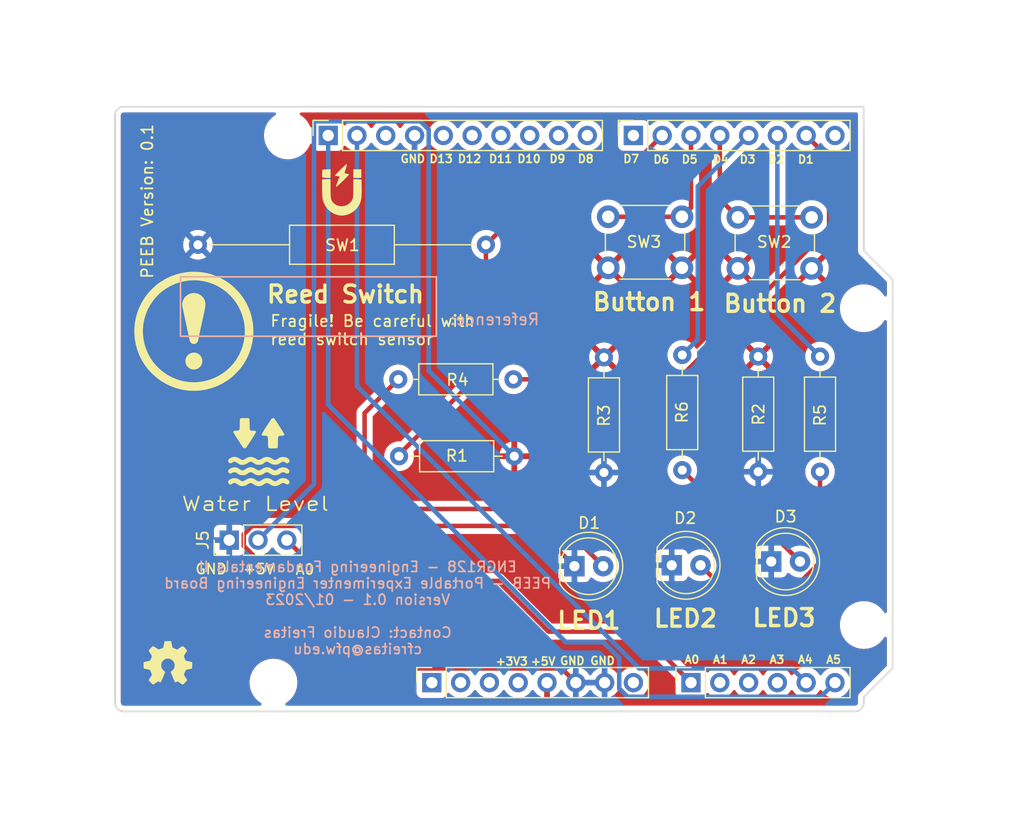
<source format=kicad_pcb>
(kicad_pcb (version 20211014) (generator pcbnew)
  (title_block (date "mar. 31 mars 2015"))
  (layers (0 "F.Cu" signal) (31 "B.Cu" signal) (34 "B.Paste" user) (35 "F.Paste" user) (36 "B.SilkS" user "B.Silkscreen") (37 "F.SilkS" user "F.Silkscreen") (38 "B.Mask" user) (39 "F.Mask" user) (44 "Edge.Cuts" user))
  (net 0 "")
  (net 1 "GND")
  (net 3 "+5V")
  (net 4 "/IOREF")
  (net 5 "Net-(D1-Pad2)")
  (net 6 "Net-(D2-Pad2)")
  (net 7 "Net-(D3-Pad2)")
  (net 8 "/A3")
  (net 9 "/SDA{slash}A4")
  (net 10 "/SCL{slash}A5")
  (net 11 "D13")
  (net 12 "D12")
  (net 13 "/AREF")
  (net 14 "D11")
  (net 15 "D10")
  (net 16 "D9")
  (net 17 "D8")
  (net 18 "A0")
  (net 19 "A1")
  (net 20 "A2")
  (net 21 "D7")
  (net 22 "D6")
  (net 23 "D5")
  (net 24 "D4")
  (net 25 "/RX{slash}0")
  (net 26 "+3V3")
  (net 27 "VCC")
  (net 28 "/~{RESET}")
  (net 29 "D3")
  (net 30 "D2")
  (net 31 "D1")
  (footprint "Connector_PinSocket_2.54mm:PinSocket_1x08_P2.54mm_Vertical" (layer "F.Cu") (at 127.94 97.46 90)
    (fp_text reference "J1" hide)
    (fp_text value "Power")
    (pad "1" thru_hole rect locked (at 0 0 90) (size 1.7 1.7) (drill 1) (layers *.Cu *.Mask))
    (pad "2" thru_hole oval locked (at 0 2.54 90) (size 1.7 1.7) (drill 1) (layers *.Cu *.Mask) (net 4 "/IOREF"))
    (pad "3" thru_hole oval locked (at 0 5.08 90) (size 1.7 1.7) (drill 1) (layers *.Cu *.Mask) (net 28 "/~{RESET}"))
    (pad "4" thru_hole oval locked (at 0 7.62 90) (size 1.7 1.7) (drill 1) (layers *.Cu *.Mask) (net 26 "+3V3"))
    (pad "5" thru_hole oval locked (at 0 10.16 90) (size 1.7 1.7) (drill 1) (layers *.Cu *.Mask) (net 3 "+5V"))
    (pad "6" thru_hole oval locked (at 0 12.7 90) (size 1.7 1.7) (drill 1) (layers *.Cu *.Mask) (net 1 "GND"))
    (pad "7" thru_hole oval locked (at 0 15.24 90) (size 1.7 1.7) (drill 1) (layers *.Cu *.Mask) (net 1 "GND"))
    (pad "8" thru_hole oval locked (at 0 17.78 90) (size 1.7 1.7) (drill 1) (layers *.Cu *.Mask) (net 27 "VCC"))
  )
  (footprint "Connector_PinSocket_2.54mm:PinSocket_1x06_P2.54mm_Vertical" (layer "F.Cu") (at 150.8 97.46 90)
    (fp_text reference "J3" hide)
    (fp_text value "Analog")
    (pad "1" thru_hole rect locked (at 0 0 90) (size 1.7 1.7) (drill 1) (layers *.Cu *.Mask) (net 18 "A0"))
    (pad "2" thru_hole oval locked (at 0 2.54 90) (size 1.7 1.7) (drill 1) (layers *.Cu *.Mask) (net 19 "A1"))
    (pad "3" thru_hole oval locked (at 0 5.08 90) (size 1.7 1.7) (drill 1) (layers *.Cu *.Mask) (net 20 "A2"))
    (pad "4" thru_hole oval locked (at 0 7.62 90) (size 1.7 1.7) (drill 1) (layers *.Cu *.Mask) (net 8 "/A3"))
    (pad "5" thru_hole oval locked (at 0 10.16 90) (size 1.7 1.7) (drill 1) (layers *.Cu *.Mask) (net 9 "/SDA{slash}A4"))
    (pad "6" thru_hole oval locked (at 0 12.7 90) (size 1.7 1.7) (drill 1) (layers *.Cu *.Mask) (net 10 "/SCL{slash}A5"))
  )
  (footprint "Connector_PinSocket_2.54mm:PinSocket_1x10_P2.54mm_Vertical" (layer "F.Cu") (at 118.796 49.2 90)
    (fp_text reference "J2" hide)
    (fp_text value "Digital/PWM")
    (pad "1" thru_hole rect locked (at 0 0 90) (size 1.7 1.7) (drill 1) (layers *.Cu *.Mask) (net 10 "/SCL{slash}A5"))
    (pad "2" thru_hole oval locked (at 0 2.54 90) (size 1.7 1.7) (drill 1) (layers *.Cu *.Mask) (net 9 "/SDA{slash}A4"))
    (pad "3" thru_hole oval locked (at 0 5.08 90) (size 1.7 1.7) (drill 1) (layers *.Cu *.Mask) (net 13 "/AREF"))
    (pad "4" thru_hole oval locked (at 0 7.62 90) (size 1.7 1.7) (drill 1) (layers *.Cu *.Mask) (net 1 "GND"))
    (pad "5" thru_hole oval locked (at 0 10.16 90) (size 1.7 1.7) (drill 1) (layers *.Cu *.Mask) (net 11 "D13"))
    (pad "6" thru_hole oval locked (at 0 12.7 90) (size 1.7 1.7) (drill 1) (layers *.Cu *.Mask) (net 12 "D12"))
    (pad "7" thru_hole oval locked (at 0 15.24 90) (size 1.7 1.7) (drill 1) (layers *.Cu *.Mask) (net 14 "D11"))
    (pad "8" thru_hole oval locked (at 0 17.78 90) (size 1.7 1.7) (drill 1) (layers *.Cu *.Mask) (net 15 "D10"))
    (pad "9" thru_hole oval locked (at 0 20.32 90) (size 1.7 1.7) (drill 1) (layers *.Cu *.Mask) (net 16 "D9"))
    (pad "10" thru_hole oval locked (at 0 22.86 90) (size 1.7 1.7) (drill 1) (layers *.Cu *.Mask) (net 17 "D8"))
  )
  (footprint "Connector_PinSocket_2.54mm:PinSocket_1x08_P2.54mm_Vertical" (layer "F.Cu") (at 145.72 49.2 90)
    (fp_text reference "J4" hide)
    (fp_text value "Digital/PWM")
    (pad "1" thru_hole rect locked (at 0 0 90) (size 1.7 1.7) (drill 1) (layers *.Cu *.Mask) (net 21 "D7"))
    (pad "2" thru_hole oval locked (at 0 2.54 90) (size 1.7 1.7) (drill 1) (layers *.Cu *.Mask) (net 22 "D6"))
    (pad "3" thru_hole oval locked (at 0 5.08 90) (size 1.7 1.7) (drill 1) (layers *.Cu *.Mask) (net 23 "D5"))
    (pad "4" thru_hole oval locked (at 0 7.62 90) (size 1.7 1.7) (drill 1) (layers *.Cu *.Mask) (net 24 "D4"))
    (pad "5" thru_hole oval locked (at 0 10.16 90) (size 1.7 1.7) (drill 1) (layers *.Cu *.Mask) (net 29 "D3"))
    (pad "6" thru_hole oval locked (at 0 12.7 90) (size 1.7 1.7) (drill 1) (layers *.Cu *.Mask) (net 30 "D2"))
    (pad "7" thru_hole oval locked (at 0 15.24 90) (size 1.7 1.7) (drill 1) (layers *.Cu *.Mask) (net 31 "D1"))
    (pad "8" thru_hole oval locked (at 0 17.78 90) (size 1.7 1.7) (drill 1) (layers *.Cu *.Mask) (net 25 "/RX{slash}0"))
  )
  (footprint "Resistor_THT:R_Axial_DIN0207_L6.3mm_D2.5mm_P10.16mm_Horizontal" (layer "F.Cu") (at 162.18 78.86 90)
    (fp_text reference "R5" (at 4.99 0 90) (layer "F.SilkS"))
    (fp_text value "220")
    (pad "1" thru_hole circle (at 0 0 90) (size 1.6 1.6) (drill 0.8) (layers *.Cu *.Mask) (net 6 "Net-(D2-Pad2)"))
    (pad "2" thru_hole oval (at 10.16 0 90) (size 1.6 1.6) (drill 0.8) (layers *.Cu *.Mask) (net 30 "D2"))
  )
  (footprint "Buttons_Switches_THT:SW_PUSH_6mm" (layer "F.Cu") (at 161.44 60.92 180)
    (fp_text reference "SW2" (at 3.3 2.33) (layer "F.SilkS"))
    (fp_text value "SW_Push")
    (pad "1" thru_hole circle locked (at 0 0 270) (size 2 2) (drill 1.1) (layers *.Cu *.Mask) (net 3 "+5V"))
    (pad "1" thru_hole circle locked (at 6.5 0 270) (size 2 2) (drill 1.1) (layers *.Cu *.Mask) (net 3 "+5V"))
    (pad "2" thru_hole circle locked (at 6.5 4.5 270) (size 2 2) (drill 1.1) (layers *.Cu *.Mask) (net 24 "D4"))
    (pad "2" thru_hole circle locked (at 0 4.5 270) (size 2 2) (drill 1.1) (layers *.Cu *.Mask) (net 24 "D4"))
  )
  (footprint "LED_THT:LED_D5.0mm_IRGrey" (layer "F.Cu") (at 149.1 87.11)
    (fp_text reference "D2" (at 1.19 -4.16) (layer "F.SilkS"))
    (fp_text value "LED")
    (pad "1" thru_hole rect (at 0 0) (size 1.8 1.8) (drill 0.9) (layers *.Cu *.Mask) (net 1 "GND"))
    (pad "2" thru_hole circle (at 2.54 0) (size 1.8 1.8) (drill 0.9) (layers *.Cu *.Mask) (net 6 "Net-(D2-Pad2)"))
  )
  (footprint "Resistor_THT:R_Axial_DIN0207_L6.3mm_D2.5mm_P10.16mm_Horizontal" (layer "F.Cu") (at 124.98 70.71)
    (fp_text reference "R4" (at 5.22 0.05) (layer "F.SilkS"))
    (fp_text value "220")
    (pad "1" thru_hole circle (at 0 0) (size 1.6 1.6) (drill 0.8) (layers *.Cu *.Mask) (net 5 "Net-(D1-Pad2)"))
    (pad "2" thru_hole oval (at 10.16 0) (size 1.6 1.6) (drill 0.8) (layers *.Cu *.Mask) (net 31 "D1"))
  )
  (footprint "Arduino_MountingHole:MountingHole_3.2mm" (layer "F.Cu") (at 115.24 49.2)
    (fp_text reference "MH1" hide)
    (fp_text value "MountingHole_3.2mm" hide)
    (pad "" np_thru_hole circle locked (at 0 0) (size 3.2 3.2) (drill 3.2) (layers *.Cu *.Mask))
  )
  (footprint "Buttons_Switches_THT:SW_PUSH_6mm" (layer "F.Cu") (at 150 60.87 180)
    (fp_text reference "SW3" (at 3.35 2.28) (layer "F.SilkS"))
    (fp_text value "SW_Push")
    (pad "1" thru_hole circle locked (at 6.5 0 270) (size 2 2) (drill 1.1) (layers *.Cu *.Mask) (net 3 "+5V"))
    (pad "1" thru_hole circle locked (at 0 0 270) (size 2 2) (drill 1.1) (layers *.Cu *.Mask) (net 3 "+5V"))
    (pad "2" thru_hole circle locked (at 0 4.5 270) (size 2 2) (drill 1.1) (layers *.Cu *.Mask) (net 23 "D5"))
    (pad "2" thru_hole circle locked (at 6.5 4.5 270) (size 2 2) (drill 1.1) (layers *.Cu *.Mask) (net 23 "D5"))
  )
  (footprint "LOGO" (layer "F.Cu") (at 120.01 53.98)
    (fp_text reference "G***" hide)
    (fp_text value "LOGO" hide)
  )
  (footprint "LOGO" (layer "F.Cu") (at 104.649063 95.707022)
    (fp_text reference "G***" hide)
    (fp_text value "LOGO" hide)
  )
  (footprint "LED_THT:LED_D5.0mm_IRGrey" (layer "F.Cu") (at 157.875 86.78)
    (fp_text reference "D3" (at 1.27 -3.96) (layer "F.SilkS"))
    (fp_text value "LED")
    (pad "1" thru_hole rect (at 0 0) (size 1.8 1.8) (drill 0.9) (layers *.Cu *.Mask) (net 1 "GND"))
    (pad "2" thru_hole circle (at 2.54 0) (size 1.8 1.8) (drill 0.9) (layers *.Cu *.Mask) (net 7 "Net-(D3-Pad2)"))
  )
  (footprint "Resistor_THT:R_Axial_DIN0207_L6.3mm_D2.5mm_P10.16mm_Horizontal" (layer "F.Cu") (at 143.12 68.77 -90)
    (fp_text reference "R3" (at 5.14 -0.01 90) (layer "F.SilkS"))
    (fp_text value "10k")
    (pad "1" thru_hole circle (at 0 0 270) (size 1.6 1.6) (drill 0.8) (layers *.Cu *.Mask) (net 3 "+5V"))
    (pad "2" thru_hole oval (at 10.16 0 270) (size 1.6 1.6) (drill 0.8) (layers *.Cu *.Mask) (net 1 "GND"))
  )
  (footprint "Resistor_THT:R_Axial_DIN0309_L9.0mm_D3.2mm_P25.40mm_Horizontal" (layer "F.Cu") (at 107.31 58.84)
    (fp_text reference "SW1" (at 12.74 0.04) (layer "F.SilkS"))
    (fp_text value "SW_Reed")
    (pad "1" thru_hole circle (at 0 0) (size 1.6 1.6) (drill 0.8) (layers *.Cu *.Mask) (net 1 "GND"))
    (pad "2" thru_hole oval (at 25.4 0) (size 1.6 1.6) (drill 0.8) (layers *.Cu *.Mask) (net 22 "D6"))
  )
  (footprint "Connector_PinHeader_2.54mm:PinHeader_1x03_P2.54mm_Vertical" (layer "F.Cu") (at 110.07 84.89 90)
    (fp_text reference "J5" (at 0 -2.33 90) (layer "F.SilkS"))
    (fp_text value "Conn_01x03_Male")
    (pad "1" thru_hole rect (at 0 0 90) (size 1.7 1.7) (drill 1) (layers *.Cu *.Mask) (net 1 "GND"))
    (pad "2" thru_hole oval (at 0 2.54 90) (size 1.7 1.7) (drill 1) (layers *.Cu *.Mask) (net 3 "+5V"))
    (pad "3" thru_hole oval (at 0 5.08 90) (size 1.7 1.7) (drill 1) (layers *.Cu *.Mask) (net 18 "A0"))
  )
  (footprint "LED_THT:LED_D5.0mm_IRGrey" (layer "F.Cu") (at 140.515 87.19)
    (fp_text reference "D1" (at 1.305 -3.81) (layer "F.SilkS"))
    (fp_text value "LED")
    (pad "1" thru_hole rect (at 0 0) (size 1.8 1.8) (drill 0.9) (layers *.Cu *.Mask) (net 1 "GND"))
    (pad "2" thru_hole circle (at 2.54 0) (size 1.8 1.8) (drill 0.9) (layers *.Cu *.Mask) (net 5 "Net-(D1-Pad2)"))
  )
  (footprint "Resistor_THT:R_Axial_DIN0207_L6.3mm_D2.5mm_P10.16mm_Horizontal" (layer "F.Cu") (at 150.03 78.72 90)
    (fp_text reference "R6" (at 5.11 -0.03 90) (layer "F.SilkS"))
    (fp_text value "220")
    (pad "1" thru_hole circle (at 0 0 90) (size 1.6 1.6) (drill 0.8) (layers *.Cu *.Mask) (net 7 "Net-(D3-Pad2)"))
    (pad "2" thru_hole oval (at 10.16 0 90) (size 1.6 1.6) (drill 0.8) (layers *.Cu *.Mask) (net 29 "D3"))
  )
  (footprint "Arduino_MountingHole:MountingHole_3.2mm" (layer "F.Cu") (at 113.97 97.46)
    (fp_text reference "MH2" hide)
    (fp_text value "MountingHole_3.2mm" hide)
    (pad "" np_thru_hole circle locked (at 0 0) (size 3.2 3.2) (drill 3.2) (layers *.Cu *.Mask))
  )
  (footprint "Arduino_MountingHole:MountingHole_3.2mm" (layer "F.Cu") (at 166.04 64.44)
    (fp_text reference "MH3" hide)
    (fp_text value "MountingHole_3.2mm" hide)
    (pad "" np_thru_hole circle locked (at 0 0) (size 3.2 3.2) (drill 3.2) (layers *.Cu *.Mask))
  )
  (footprint "Resistor_THT:R_Axial_DIN0207_L6.3mm_D2.5mm_P10.16mm_Horizontal" (layer "F.Cu") (at 125.05 77.49)
    (fp_text reference "R1" (at 5.1 -0.04) (layer "F.SilkS"))
    (fp_text value "100")
    (pad "1" thru_hole circle (at 0 0) (size 1.6 1.6) (drill 0.8) (layers *.Cu *.Mask) (net 22 "D6"))
    (pad "2" thru_hole oval (at 10.16 0) (size 1.6 1.6) (drill 0.8) (layers *.Cu *.Mask) (net 3 "+5V"))
  )
  (footprint "Arduino_MountingHole:MountingHole_3.2mm" (layer "F.Cu") (at 166.04 92.38)
    (fp_text reference "MH4" hide)
    (fp_text value "MountingHole_3.2mm" hide)
    (pad "" np_thru_hole circle locked (at 0 0) (size 3.2 3.2) (drill 3.2) (layers *.Cu *.Mask))
  )
  (footprint "LOGO" (layer "F.Cu") (at 106.95 66.47)
    (fp_text reference "G***" hide)
    (fp_text value "LOGO" hide)
  )
  (footprint "Resistor_THT:R_Axial_DIN0207_L6.3mm_D2.5mm_P10.16mm_Horizontal" (layer "F.Cu") (at 156.73 68.7 -90)
    (fp_text reference "R2" (at 5.1 -0.03 90) (layer "F.SilkS"))
    (fp_text value "10k")
    (pad "1" thru_hole circle (at 0 0 270) (size 1.6 1.6) (drill 0.8) (layers *.Cu *.Mask) (net 3 "+5V"))
    (pad "2" thru_hole oval (at 10.16 0 270) (size 1.6 1.6) (drill 0.8) (layers *.Cu *.Mask) (net 1 "GND"))
  )
  (footprint "LOGO" (layer "F.Cu") (at 112.68 77.13)
    (fp_text reference "G***" hide)
    (fp_text value "LOGO" hide)
  )
  (gr_rect (start 128.34 66.91) (end 105.77 61.67) (layer "B.SilkS") (width 0.15) (fill none))
  (gr_line (start 166.04 59.36) (end 168.58 61.9) (layer "Edge.Cuts") (width 0.15))
  (gr_line (start 100 99.238) (end 100 47.422) (layer "Edge.Cuts") (width 0.15))
  (gr_line (start 168.58 61.9) (end 168.58 96.19) (layer "Edge.Cuts") (width 0.15))
  (gr_line (start 165.278 100) (end 100.762 100) (layer "Edge.Cuts") (width 0.15))
  (gr_line (start 100.762 46.66) (end 163.5 46.66) (layer "Edge.Cuts") (width 0.15))
  (gr_arc (start 100.762 100) (mid 100.223185 99.776815) (end 100 99.238) (layer "Edge.Cuts") (width 0.15))
  (gr_line (start 168.58 96.19) (end 166.04 98.73) (layer "Edge.Cuts") (width 0.15))
  (gr_arc (start 166.04 99.238) (mid 165.816815 99.776815) (end 165.278 100) (layer "Edge.Cuts") (width 0.15))
  (gr_line (start 165.96 46.66) (end 166.02 46.66) (layer "Edge.Cuts") (width 0.15))
  (gr_line (start 166.02 46.66) (end 166.04 49.2) (layer "Edge.Cuts") (width 0.15))
  (gr_line (start 166.04 49.2) (end 166.04 59.36) (layer "Edge.Cuts") (width 0.15))
  (gr_line (start 163.5 46.66) (end 165.96 46.66) (layer "Edge.Cuts") (width 0.15))
  (gr_line (start 166.04 98.73) (end 166.04 99.238) (layer "Edge.Cuts") (width 0.15))
  (gr_arc (start 100 47.422) (mid 100.223185 46.883185) (end 100.762 46.66) (layer "Edge.Cuts") (width 0.15))
  (gr_text "Reference:" (at 133.48 65.42) (layer "B.SilkS") (effects (font (size 1 1)) (justify mirror)))
  (gr_text "ENGR128 - Engineering Fundamentals II\nPEEB - Portable Experimenter Engineering Board\nVersion 0.1 - 01/2023\n\nContact: Claudio Freitas\ncfreitas@pfw.edu" (at 121.4 90.87) (layer "B.SilkS") (effects (font (size 0.9 0.9)) (justify mirror)))
  (gr_text "Fragile! Be careful with \nreed switch sensor" (at 113.61 66.37) (layer "F.SilkS") (effects (font (size 1 1)) (justify left)))
  (gr_text "LED1" (at 141.79 91.99) (layer "F.SilkS") (effects (font (size 1.5 1.5) (thickness 0.3))))
  (gr_text "D5" (at 150.68 51.31) (layer "F.SilkS") (effects (font (size 0.7 0.7))))
  (gr_text "D13" (at 128.76 51.26) (layer "F.SilkS") (effects (font (size 0.7 0.7))))
  (gr_text "LED2" (at 150.31 91.8) (layer "F.SilkS") (effects (font (size 1.5 1.5) (thickness 0.3))))
  (gr_text "Water Level" (at 112.37 81.7) (layer "F.SilkS") (effects (font (size 1.2 1.5))))
  (gr_text "D3" (at 155.79 51.31) (layer "F.SilkS") (effects (font (size 0.7 0.7))))
  (gr_text "A0" (at 116.75 87.48) (layer "F.SilkS") (effects (font (size 0.9 0.9))))
  (gr_text "+3V3" (at 134.99 95.59) (layer "F.SilkS") (effects (font (size 0.7 0.7))))
  (gr_text "A4" (at 160.88 95.43) (layer "F.SilkS") (effects (font (size 0.7 0.7))))
  (gr_text "LED3" (at 159.01 91.75) (layer "F.SilkS") (effects (font (size 1.5 1.5) (thickness 0.3))))
  (gr_text "GND" (at 143 95.54) (layer "F.SilkS") (effects (font (size 0.7 0.7))))
  (gr_text "A1" (at 153.38 95.43) (layer "F.SilkS") (effects (font (size 0.7 0.7))))
  (gr_text "Button 2" (at 158.65 64.03) (layer "F.SilkS") (effects (font (size 1.5 1.5) (thickness 0.3))))
  (gr_text "GND\n" (at 126.26 51.26) (layer "F.SilkS") (effects (font (size 0.7 0.7))))
  (gr_text "D9\n" (at 139.01 51.26) (layer "F.SilkS") (effects (font (size 0.7 0.7))))
  (gr_text "GND" (at 108.47 87.44) (layer "F.SilkS") (effects (font (size 0.9 0.9))))
  (gr_text "PEEB Version: 0.1" (at 102.84 55.01 90) (layer "F.SilkS") (effects (font (size 1 1))))
  (gr_text "A2" (at 155.88 95.43) (layer "F.SilkS") (effects (font (size 0.7 0.7))))
  (gr_text "Button 1" (at 147.1 63.88) (layer "F.SilkS") (effects (font (size 1.5 1.5) (thickness 0.3))))
  (gr_text "D4" (at 153.43 51.31) (layer "F.SilkS") (effects (font (size 0.7 0.7))))
  (gr_text "D12" (at 131.26 51.26) (layer "F.SilkS") (effects (font (size 0.7 0.7))))
  (gr_text "D6" (at 148.18 51.31) (layer "F.SilkS") (effects (font (size 0.7 0.7))))
  (gr_text "GND" (at 140.33 95.54) (layer "F.SilkS") (effects (font (size 0.7 0.7))))
  (gr_text "D8" (at 141.51 51.26) (layer "F.SilkS") (effects (font (size 0.7 0.7))))
  (gr_text "D10" (at 136.51 51.26) (layer "F.SilkS") (effects (font (size 0.7 0.7))))
  (gr_text "D1" (at 160.93 51.31) (layer "F.SilkS") (effects (font (size 0.7 0.7))))
  (gr_text "Reed Switch" (at 120.32 63.21) (layer "F.SilkS") (effects (font (size 1.5 1.5) (thickness 0.3))))
  (gr_text "D2" (at 158.31 51.31) (layer "F.SilkS") (effects (font (size 0.7 0.7))))
  (gr_text "+5V\n" (at 137.76 95.59) (layer "F.SilkS") (effects (font (size 0.7 0.7))))
  (gr_text "D11" (at 134.01 51.26) (layer "F.SilkS") (effects (font (size 0.7 0.7))))
  (gr_text "A0\n" (at 150.88 95.43) (layer "F.SilkS") (effects (font (size 0.7 0.7))))
  (gr_text "+5V" (at 112.68 87.44) (layer "F.SilkS") (effects (font (size 0.9 0.9))))
  (gr_text "A3" (at 158.38 95.43) (layer "F.SilkS") (effects (font (size 0.7 0.7))))
  (gr_text "D7" (at 145.52 51.26) (layer "F.SilkS") (effects (font (size 0.7 0.7))))
  (gr_text "A5" (at 163.38 95.43) (layer "F.SilkS") (effects (font (size 0.7 0.7))))
  (segment (start 111.35 85.397767) (end 122.162233 96.21) (width 0.4) (layer "F.Cu") (net 1))
  (segment (start 122.162233 96.21) (end 139.39 96.21) (width 0.4) (layer "F.Cu") (net 1))
  (segment (start 139.39 96.21) (end 140.64 97.46) (width 0.4) (layer "F.Cu") (net 1))
  (segment (start 111.35 84.382233) (end 111.35 85.397767) (width 0.4) (layer "F.Cu") (net 1))
  (segment (start 136.965 83.64) (end 112.092233 83.64) (width 0.4) (layer "F.Cu") (net 1))
  (segment (start 112.092233 83.64) (end 111.35 84.382233) (width 0.4) (layer "F.Cu") (net 1))
  (segment (start 140.515 87.19) (end 136.965 83.64) (width 0.4) (layer "F.Cu") (net 1))
  (segment (start 127.666 69.946) (end 135.21 77.49) (width 0.4) (layer "B.Cu") (net 3))
  (segment (start 127.666 48.682233) (end 127.666 69.946) (width 0.4) (layer "B.Cu") (net 3))
  (segment (start 117.546 79.954) (end 117.546 47.95) (width 0.4) (layer "B.Cu") (net 3))
  (segment (start 112.61 84.89) (end 117.546 79.954) (width 0.4) (layer "B.Cu") (net 3))
  (segment (start 126.933767 47.95) (end 127.666 48.682233) (width 0.4) (layer "B.Cu") (net 3))
  (segment (start 117.546 47.95) (end 126.933767 47.95) (width 0.4) (layer "B.Cu") (net 3))
  (segment (start 143.055 87.19) (end 138.005 82.14) (width 0.4) (layer "F.Cu") (net 5))
  (segment (start 138.005 82.14) (end 122.01 82.14) (width 0.4) (layer "F.Cu") (net 5))
  (segment (start 122.01 82.14) (end 122.01 73.68) (width 0.4) (layer "F.Cu") (net 5))
  (segment (start 122.01 73.68) (end 124.98 70.71) (width 0.4) (layer "F.Cu") (net 5))
  (segment (start 162.18 78.86) (end 162.18 86.853478) (width 0.4) (layer "F.Cu") (net 6))
  (segment (start 155.5 91.73) (end 155.5 90.97) (width 0.4) (layer "F.Cu") (net 6))
  (segment (start 157.303478 91.73) (end 155.5 91.73) (width 0.4) (layer "F.Cu") (net 6))
  (segment (start 155.5 90.97) (end 151.64 87.11) (width 0.4) (layer "F.Cu") (net 6))
  (segment (start 162.18 86.853478) (end 157.303478 91.73) (width 0.4) (layer "F.Cu") (net 6))
  (segment (start 150.03 78.72) (end 151.37 80.06) (width 0.4) (layer "F.Cu") (net 7))
  (segment (start 153.695 80.06) (end 160.415 86.78) (width 0.4) (layer "F.Cu") (net 7))
  (segment (start 151.37 80.06) (end 153.695 80.06) (width 0.4) (layer "F.Cu") (net 7))
  (segment (start 146.237767 96.21) (end 159.71 96.21) (width 0.4) (layer "B.Cu") (net 9))
  (segment (start 121.336 71.308233) (end 146.237767 96.21) (width 0.4) (layer "B.Cu") (net 9))
  (segment (start 159.71 96.21) (end 160.96 97.46) (width 0.4) (layer "B.Cu") (net 9))
  (segment (start 121.336 49.2) (end 121.336 71.308233) (width 0.4) (layer "B.Cu") (net 9))
  (segment (start 118.796 72.933057) (end 139.768324 93.905381) (width 0.4) (layer "B.Cu") (net 10))
  (segment (start 144.47 95.290761) (end 144.47 97.977767) (width 0.4) (layer "B.Cu") (net 10))
  (segment (start 145.202233 98.71) (end 162.25 98.71) (width 0.4) (layer "B.Cu") (net 10))
  (segment (start 139.768324 93.905381) (end 143.08462 93.905381) (width 0.4) (layer "B.Cu") (net 10))
  (segment (start 162.25 98.71) (end 163.5 97.46) (width 0.4) (layer "B.Cu") (net 10))
  (segment (start 118.796 49.2) (end 118.796 72.933057) (width 0.4) (layer "B.Cu") (net 10))
  (segment (start 144.47 97.977767) (end 145.202233 98.71) (width 0.4) (layer "B.Cu") (net 10))
  (segment (start 143.08462 93.905381) (end 144.47 95.290761) (width 0.4) (layer "B.Cu") (net 10))
  (segment (start 118.75 88.49) (end 133.76 88.49) (width 0.4) (layer "F.Cu") (net 18))
  (segment (start 115.15 84.89) (end 118.75 88.49) (width 0.4) (layer "F.Cu") (net 18))
  (segment (start 133.76 88.49) (end 138.23 92.96) (width 0.4) (layer "F.Cu") (net 18))
  (segment (start 138.23 92.96) (end 146.3 92.96) (width 0.4) (layer "F.Cu") (net 18))
  (segment (start 146.3 92.96) (end 150.8 97.46) (width 0.4) (layer "F.Cu") (net 18))
  (segment (start 125.05 77.340101) (end 132.71 69.680101) (width 0.4) (layer "F.Cu") (net 22))
  (segment (start 136.58 54.97) (end 142.49 54.97) (width 0.4) (layer "F.Cu") (net 22))
  (segment (start 132.71 69.680101) (end 132.71 58.84) (width 0.4) (layer "F.Cu") (net 22))
  (segment (start 125.05 77.49) (end 125.05 77.340101) (width 0.4) (layer "F.Cu") (net 22))
  (segment (start 142.49 54.97) (end 148.26 49.2) (width 0.4) (layer "F.Cu") (net 22))
  (segment (start 132.71 58.84) (end 136.58 54.97) (width 0.4) (layer "F.Cu") (net 22))
  (segment (start 150.8 55.57) (end 150 56.37) (width 0.4) (layer "F.Cu") (net 23))
  (segment (start 150.8 49.2) (end 150.8 55.57) (width 0.4) (layer "F.Cu") (net 23))
  (segment (start 143.5 56.37) (end 150 56.37) (width 0.4) (layer "F.Cu") (net 23))
  (segment (start 153.34 54.82) (end 154.94 56.42) (width 0.4) (layer "F.Cu") (net 24))
  (segment (start 161.44 56.42) (end 154.94 56.42) (width 0.4) (layer "F.Cu") (net 24))
  (segment (start 153.34 49.2) (end 153.34 54.82) (width 0.4) (layer "F.Cu") (net 24))
  (segment (start 151.4 67.19) (end 151.4 53.68) (width 0.4) (layer "B.Cu") (net 29))
  (segment (start 151.4 53.68) (end 155.88 49.2) (width 0.4) (layer "B.Cu") (net 29))
  (segment (start 150.03 68.56) (end 151.4 67.19) (width 0.4) (layer "B.Cu") (net 29))
  (segment (start 158.42 64.94) (end 162.18 68.7) (width 0.4) (layer "B.Cu") (net 30))
  (segment (start 158.42 49.2) (end 158.42 64.94) (width 0.4) (layer "B.Cu") (net 30))
  (segment (start 135.14 70.71) (end 149.670101 70.71) (width 0.4) (layer "F.Cu") (net 31))
  (segment (start 162.98 57.400101) (end 162.98 51.22) (width 0.4) (layer "F.Cu") (net 31))
  (segment (start 162.98 51.22) (end 160.96 49.2) (width 0.4) (layer "F.Cu") (net 31))
  (segment (start 149.670101 70.71) (end 162.98 57.400101) (width 0.4) (layer "F.Cu") (net 31))
  (zone (net 3) (net_name "+5V") (layer "F.Cu") (connect_pads (clearance 0.508)) (min_thickness 0.254) (fill yes (thermal_gap 0.508) (thermal_bridge_width 0.508))
    (polygon (pts (xy 178.15 39.64) (xy 180.18 109.16) (xy 89.85 105.9) (xy 91.88 37.25)))
  )
  (zone (net 1) (net_name "GND") (layer "B.Cu") (connect_pads (clearance 0.508)) (min_thickness 0.254) (fill yes (thermal_gap 0.508) (thermal_bridge_width 0.508))
    (polygon (pts (xy 174.9 104.98) (xy 95.05 105.77) (xy 97.18 41.34) (xy 174.56 40.67)))
  )
)
</source>
